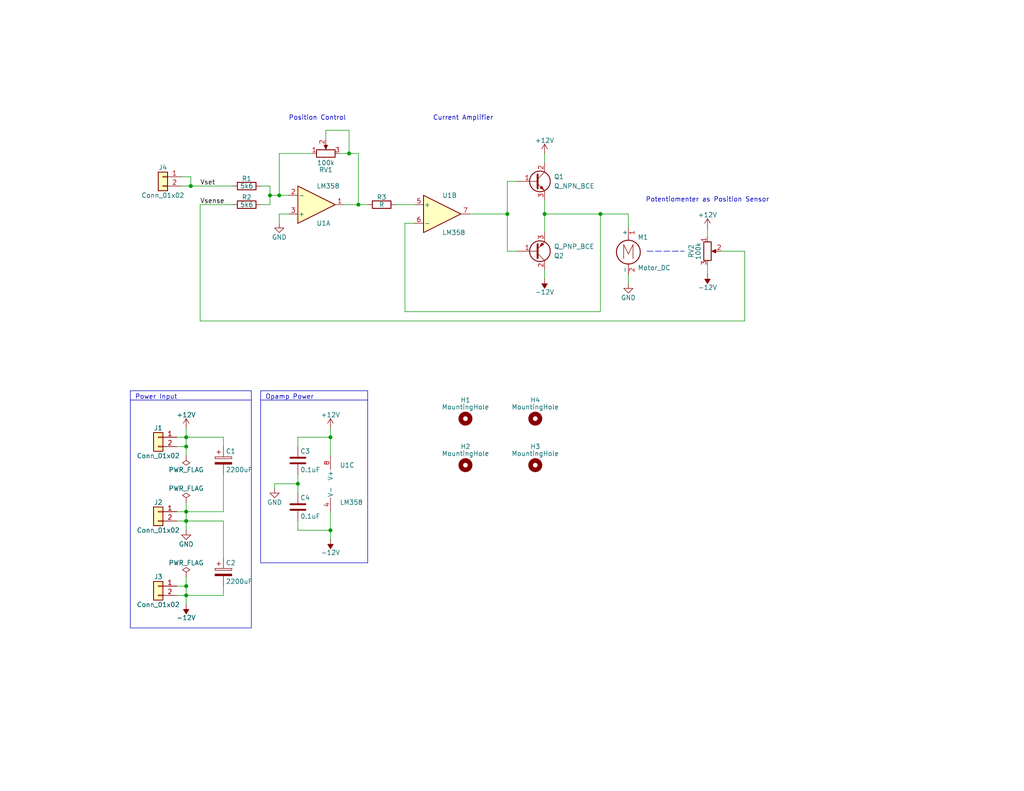
<source format=kicad_sch>
(kicad_sch (version 20231120) (generator "eeschema") (generator_version "8.0")
  (paper "A")
  (title_block (title "Opamp Closed Loop Position Control") (company "Perry Leumas"))
  (lib_symbols
    (symbol "Amplifier_Operational:LM358" (pin_names (offset 0.127))
      (property "Reference" "U" (at 0 5.08 0))
      (property "Value" "LM358" (at 0 -5.08 0))
      (symbol "LM358_1_1"
        (polyline (pts (xy -5.08 5.08) (xy 5.08 0) (xy -5.08 -5.08) (xy -5.08 5.08)) (stroke (width 0.254)) (fill (type background)))
        (pin output line (at 7.62 0 180) (length 2.54) (name "~") (number "1"))
        (pin input line (at -7.62 -2.54 0) (length 2.54) (name "-") (number "2"))
        (pin input line (at -7.62 2.54 0) (length 2.54) (name "+") (number "3"))
      )
      (symbol "LM358_2_1"
        (polyline (pts (xy -5.08 5.08) (xy 5.08 0) (xy -5.08 -5.08) (xy -5.08 5.08)) (stroke (width 0.254)) (fill (type background)))
        (pin input line (at -7.62 2.54 0) (length 2.54) (name "+") (number "5"))
        (pin input line (at -7.62 -2.54 0) (length 2.54) (name "-") (number "6"))
        (pin output line (at 7.62 0 180) (length 2.54) (name "~") (number "7"))
      )
      (symbol "LM358_3_1"
        (pin power_in line (at -2.54 -7.62 90) (length 3.81) (name "V-") (number "4"))
        (pin power_in line (at -2.54 7.62 270) (length 3.81) (name "V+") (number "8"))
      )
    )
    (symbol "Connector_Generic:Conn_01x02" (pin_names (offset 1.016) hide)
      (property "Reference" "J" (at 0 2.54 0))
      (property "Value" "Conn_01x02" (at 0 -5.08 0))
      (symbol "Conn_01x02_1_1"
        (rectangle (start -1.27 -2.413) (end 0 -2.667) (stroke (width 0.1524)))
        (rectangle (start -1.27 0.127) (end 0 -0.127) (stroke (width 0.1524)))
        (rectangle (start -1.27 1.27) (end 1.27 -3.81) (stroke (width 0.254)) (fill (type background)))
        (pin passive line (at -5.08 0 0) (length 3.81) (name "Pin_1") (number "1"))
        (pin passive line (at -5.08 -2.54 0) (length 3.81) (name "Pin_2") (number "2"))
      )
    )
    (symbol "Device:C" (pin_numbers hide) (pin_names (offset 0.254))
      (property "Reference" "C" (at 0.635 2.54 0))
      (property "Value" "C" (at 0.635 -2.54 0))
      (symbol "C_0_1"
        (polyline (pts (xy -2.032 -0.762) (xy 2.032 -0.762)) (stroke (width 0.508)))
        (polyline (pts (xy -2.032 0.762) (xy 2.032 0.762)) (stroke (width 0.508)))
      )
      (symbol "C_1_1"
        (pin passive line (at 0 3.81 270) (length 2.794) (name "~") (number "1"))
        (pin passive line (at 0 -3.81 90) (length 2.794) (name "~") (number "2"))
      )
    )
    (symbol "Device:C_Polarized" (pin_numbers hide) (pin_names (offset 0.254))
      (property "Reference" "C" (at 0.635 2.54 0))
      (property "Value" "C_Polarized" (at 0.635 -2.54 0))
      (symbol "C_Polarized_0_1"
        (rectangle (start -2.286 0.508) (end 2.286 1.016))
        (polyline (pts (xy -1.778 2.286) (xy -0.762 2.286)))
        (polyline (pts (xy -1.27 2.794) (xy -1.27 1.778)))
        (rectangle (start 2.286 -0.508) (end -2.286 -1.016) (fill (type outline)))
      )
      (symbol "C_Polarized_1_1"
        (pin passive line (at 0 3.81 270) (length 2.794) (name "~") (number "1"))
        (pin passive line (at 0 -3.81 90) (length 2.794) (name "~") (number "2"))
      )
    )
    (symbol "Device:Q_NPN_BCE" (pin_names (offset 0) hide)
      (property "Reference" "Q" (at 5.08 1.27 0))
      (property "Value" "Q_NPN_BCE" (at 5.08 -1.27 0))
      (symbol "Q_NPN_BCE_0_1"
        (polyline (pts (xy 0.635 0.635) (xy 2.54 2.54)))
        (polyline (pts (xy 0.635 -0.635) (xy 2.54 -2.54) (xy 2.54 -2.54)))
        (polyline (pts (xy 0.635 1.905) (xy 0.635 -1.905) (xy 0.635 -1.905)) (stroke (width 0.508)))
        (polyline (pts (xy 1.27 -1.778) (xy 1.778 -1.27) (xy 2.286 -2.286) (xy 1.27 -1.778) (xy 1.27 -1.778)) (fill (type outline)))
        (circle (center 1.27 0) (radius 2.8194) (stroke (width 0.254)))
      )
      (symbol "Q_NPN_BCE_1_1"
        (pin input line (at -5.08 0 0) (length 5.715) (name "B") (number "1"))
        (pin passive line (at 2.54 5.08 270) (length 2.54) (name "C") (number "2"))
        (pin passive line (at 2.54 -5.08 90) (length 2.54) (name "E") (number "3"))
      )
    )
    (symbol "Device:Q_PNP_BCE" (pin_names (offset 0) hide)
      (property "Reference" "Q" (at 5.08 1.27 0))
      (property "Value" "Q_PNP_BCE" (at 5.08 -1.27 0))
      (symbol "Q_PNP_BCE_0_1"
        (polyline (pts (xy 0.635 0.635) (xy 2.54 2.54)))
        (polyline (pts (xy 0.635 -0.635) (xy 2.54 -2.54) (xy 2.54 -2.54)))
        (polyline (pts (xy 0.635 1.905) (xy 0.635 -1.905) (xy 0.635 -1.905)) (stroke (width 0.508)))
        (polyline (pts (xy 2.286 -1.778) (xy 1.778 -2.286) (xy 1.27 -1.27) (xy 2.286 -1.778) (xy 2.286 -1.778)) (fill (type outline)))
        (circle (center 1.27 0) (radius 2.8194) (stroke (width 0.254)))
      )
      (symbol "Q_PNP_BCE_1_1"
        (pin input line (at -5.08 0 0) (length 5.715) (name "B") (number "1"))
        (pin passive line (at 2.54 5.08 270) (length 2.54) (name "C") (number "2"))
        (pin passive line (at 2.54 -5.08 90) (length 2.54) (name "E") (number "3"))
      )
    )
    (symbol "Device:R" (pin_numbers hide) (pin_names (offset 0))
      (property "Reference" "R" (at 2.032 0 90))
      (property "Value" "R" (at 0 0 90))
      (symbol "R_0_1"
        (rectangle (start -1.016 -2.54) (end 1.016 2.54) (stroke (width 0.254)))
      )
      (symbol "R_1_1"
        (pin passive line (at 0 3.81 270) (length 1.27) (name "~") (number "1"))
        (pin passive line (at 0 -3.81 90) (length 1.27) (name "~") (number "2"))
      )
    )
    (symbol "Device:R_Potentiometer" (pin_names (offset 1.016) hide)
      (property "Reference" "RV" (at -4.445 0 90))
      (property "Value" "R_Potentiometer" (at -2.54 0 90))
      (symbol "R_Potentiometer_0_1"
        (polyline (pts (xy 2.54 0) (xy 1.524 0)))
        (polyline (pts (xy 1.143 0) (xy 2.286 0.508) (xy 2.286 -0.508) (xy 1.143 0)) (fill (type outline)))
        (rectangle (start 1.016 2.54) (end -1.016 -2.54) (stroke (width 0.254)))
      )
      (symbol "R_Potentiometer_1_1"
        (pin passive line (at 0 3.81 270) (length 1.27) (name "1") (number "1"))
        (pin passive line (at 3.81 0 180) (length 1.27) (name "2") (number "2"))
        (pin passive line (at 0 -3.81 90) (length 1.27) (name "3") (number "3"))
      )
    )
    (symbol "Mechanical:MountingHole" (pin_names (offset 1.016)) (exclude_from_sim yes) (in_bom no)
      (property "Reference" "H" (at 0 5.08 0))
      (property "Value" "MountingHole" (at 0 3.175 0))
      (symbol "MountingHole_0_1"
        (circle (center 0 0) (radius 1.27) (stroke (width 1.27)))
      )
    )
    (symbol "Motor:Motor_DC" (pin_names (offset 0))
      (property "Reference" "M" (at 2.54 2.54 0))
      (property "Value" "Motor_DC" (at 2.54 -5.08 0))
      (symbol "Motor_DC_0_0"
        (polyline (pts (xy -1.27 -3.302) (xy -1.27 0.508) (xy 0 -2.032) (xy 1.27 0.508) (xy 1.27 -3.302)))
      )
      (symbol "Motor_DC_0_1"
        (circle (center 0 -1.524) (radius 3.2512) (stroke (width 0.254)))
        (polyline (pts (xy 0 -7.62) (xy 0 -7.112)))
        (polyline (pts (xy 0 -4.7752) (xy 0 -5.1816)))
        (polyline (pts (xy 0 1.7272) (xy 0 2.0828)))
        (polyline (pts (xy 0 2.032) (xy 0 2.54)))
      )
      (symbol "Motor_DC_1_1"
        (pin passive line (at 0 5.08 270) (length 2.54) (name "+") (number "1"))
        (pin passive line (at 0 -7.62 90) (length 2.54) (name "-") (number "2"))
      )
    )
    (symbol "power:+12V" (power) (pin_numbers hide) (pin_names (offset 0) hide)
      (property "Value" "+12V" (at 0 3.556 0))
      (symbol "+12V_0_1"
        (polyline (pts (xy -0.762 1.27) (xy 0 2.54)))
        (polyline (pts (xy 0 0) (xy 0 2.54)))
        (polyline (pts (xy 0 2.54) (xy 0.762 1.27)))
      )
      (symbol "+12V_1_1"
        (pin power_in line (at 0 0 90) (length 0) (name "~") (number "1"))
      )
    )
    (symbol "power:-12V" (power) (pin_numbers hide) (pin_names (offset 0) hide)
      (property "Value" "-12V" (at 0 3.556 0))
      (symbol "-12V_0_0"
        (pin power_in line (at 0 0 90) (length 0) (name "~") (number "1"))
      )
      (symbol "-12V_0_1"
        (polyline (pts (xy 0 0) (xy 0 1.27) (xy 0.762 1.27) (xy 0 2.54) (xy -0.762 1.27) (xy 0 1.27)) (fill (type outline)))
      )
    )
    (symbol "power:GND" (power) (pin_numbers hide) (pin_names (offset 0) hide)
      (property "Value" "GND" (at 0 -3.81 0))
      (symbol "GND_0_1"
        (polyline (pts (xy 0 0) (xy 0 -1.27) (xy 1.27 -1.27) (xy 0 -2.54) (xy -1.27 -1.27) (xy 0 -1.27)))
      )
      (symbol "GND_1_1"
        (pin power_in line (at 0 0 270) (length 0) (name "~") (number "1"))
      )
    )
    (symbol "power:PWR_FLAG" (power) (pin_numbers hide) (pin_names (offset 0) hide)
      (property "Value" "PWR_FLAG" (at 0 3.81 0))
      (symbol "PWR_FLAG_0_0"
        (pin power_out line (at 0 0 90) (length 0) (name "~") (number "1"))
      )
      (symbol "PWR_FLAG_0_1"
        (polyline (pts (xy 0 0) (xy 0 1.27) (xy -1.016 1.905) (xy 0 2.54) (xy 1.016 1.905) (xy 0 1.27)))
      )
    )
  )
  (junction (at 97.79 55.88))
  (junction (at 50.8 121.92))
  (junction (at 90.17 119.38))
  (junction (at 138.43 58.42))
  (junction (at 90.17 144.78))
  (junction (at 95.25 41.91))
  (junction (at 50.8 162.56))
  (junction (at 76.2 53.34))
  (junction (at 81.28 132.08))
  (junction (at 52.07 50.8))
  (junction (at 163.83 58.42))
  (junction (at 50.8 119.38))
  (junction (at 148.59 58.42))
  (junction (at 73.66 53.34))
  (junction (at 50.8 139.7))
  (junction (at 50.8 142.24))
  (junction (at 50.8 160.02))
  (wire (pts (xy 76.2 58.42) (xy 78.74 58.42)))
  (wire (pts (xy 81.28 121.92) (xy 81.28 119.38)))
  (wire (pts (xy 50.8 165.1) (xy 50.8 162.56)))
  (wire (pts (xy 138.43 68.58) (xy 140.97 68.58)))
  (wire (pts (xy 54.61 55.88) (xy 63.5 55.88)))
  (wire (pts (xy 50.8 162.56) (xy 48.26 162.56)))
  (wire (pts (xy 90.17 119.38) (xy 90.17 124.46)))
  (wire (pts (xy 81.28 144.78) (xy 90.17 144.78)))
  (wire (pts (xy 60.96 152.4) (xy 60.96 142.24)))
  (wire (pts (xy 50.8 121.92) (xy 50.8 124.46)))
  (wire (pts (xy 193.04 62.23) (xy 193.04 64.77)))
  (wire (pts (xy 90.17 116.84) (xy 90.17 119.38)))
  (wire (pts (xy 52.07 50.8) (xy 63.5 50.8)))
  (wire (pts (xy 81.28 129.54) (xy 81.28 132.08)))
  (wire (pts (xy 85.09 41.91) (xy 76.2 41.91)))
  (wire (pts (xy 60.96 162.56) (xy 50.8 162.56)))
  (wire (pts (xy 148.59 58.42) (xy 148.59 63.5)))
  (wire (pts (xy 93.98 55.88) (xy 97.79 55.88)))
  (wire (pts (xy 48.26 119.38) (xy 50.8 119.38)))
  (wire (pts (xy 163.83 85.09) (xy 163.83 58.42)))
  (wire (pts (xy 60.96 121.92) (xy 60.96 119.38)))
  (wire (pts (xy 54.61 87.63) (xy 54.61 55.88)))
  (wire (pts (xy 60.96 139.7) (xy 50.8 139.7)))
  (wire (pts (xy 107.95 55.88) (xy 113.03 55.88)))
  (wire (pts (xy 88.9 38.1) (xy 88.9 35.56)))
  (wire (pts (xy 95.25 41.91) (xy 92.71 41.91)))
  (wire (pts (xy 138.43 58.42) (xy 138.43 68.58)))
  (wire (pts (xy 148.59 73.66) (xy 148.59 76.2)))
  (wire (pts (xy 97.79 55.88) (xy 97.79 41.91)))
  (wire (pts (xy 138.43 49.53) (xy 138.43 58.42)))
  (wire (pts (xy 113.03 60.96) (xy 110.49 60.96)))
  (wire (pts (xy 50.8 139.7) (xy 48.26 139.7)))
  (wire (pts (xy 52.07 50.8) (xy 49.53 50.8)))
  (wire (pts (xy 71.12 50.8) (xy 73.66 50.8)))
  (wire (pts (xy 50.8 116.84) (xy 50.8 119.38)))
  (wire (pts (xy 73.66 55.88) (xy 71.12 55.88)))
  (wire (pts (xy 49.53 48.26) (xy 52.07 48.26)))
  (wire (pts (xy 140.97 49.53) (xy 138.43 49.53)))
  (wire (pts (xy 193.04 72.39) (xy 193.04 74.93)))
  (wire (pts (xy 203.2 87.63) (xy 54.61 87.63)))
  (wire (pts (xy 148.59 54.61) (xy 148.59 58.42)))
  (wire (pts (xy 81.28 119.38) (xy 90.17 119.38)))
  (wire (pts (xy 148.59 41.91) (xy 148.59 44.45)))
  (wire (pts (xy 50.8 119.38) (xy 50.8 121.92)))
  (wire (pts (xy 81.28 132.08) (xy 81.28 134.62)))
  (wire (pts (xy 48.26 142.24) (xy 50.8 142.24)))
  (polyline (pts (xy 35.56 109.22) (xy 68.58 109.22)))
  (wire (pts (xy 60.96 142.24) (xy 50.8 142.24)))
  (wire (pts (xy 81.28 142.24) (xy 81.28 144.78)))
  (wire (pts (xy 95.25 35.56) (xy 95.25 41.91)))
  (wire (pts (xy 203.2 68.58) (xy 203.2 87.63)))
  (wire (pts (xy 50.8 160.02) (xy 50.8 162.56)))
  (wire (pts (xy 90.17 144.78) (xy 90.17 139.7)))
  (polyline (pts (xy 71.12 109.22) (xy 100.33 109.22)))
  (wire (pts (xy 90.17 144.78) (xy 90.17 147.32)))
  (wire (pts (xy 50.8 144.78) (xy 50.8 142.24)))
  (wire (pts (xy 52.07 48.26) (xy 52.07 50.8)))
  (wire (pts (xy 163.83 58.42) (xy 148.59 58.42)))
  (wire (pts (xy 50.8 137.16) (xy 50.8 139.7)))
  (wire (pts (xy 88.9 35.56) (xy 95.25 35.56)))
  (wire (pts (xy 196.85 68.58) (xy 203.2 68.58)))
  (wire (pts (xy 128.27 58.42) (xy 138.43 58.42)))
  (wire (pts (xy 171.45 74.93) (xy 171.45 77.47)))
  (wire (pts (xy 50.8 157.48) (xy 50.8 160.02)))
  (wire (pts (xy 48.26 160.02) (xy 50.8 160.02)))
  (wire (pts (xy 74.93 132.08) (xy 81.28 132.08)))
  (wire (pts (xy 60.96 129.54) (xy 60.96 139.7)))
  (wire (pts (xy 110.49 85.09) (xy 163.83 85.09)))
  (polyline (pts (xy 176.53 68.58) (xy 186.69 68.58)) (stroke (width 0) (type dash)))
  (wire (pts (xy 76.2 60.96) (xy 76.2 58.42)))
  (wire (pts (xy 50.8 142.24) (xy 50.8 139.7)))
  (wire (pts (xy 60.96 160.02) (xy 60.96 162.56)))
  (wire (pts (xy 73.66 50.8) (xy 73.66 53.34)))
  (wire (pts (xy 73.66 53.34) (xy 73.66 55.88)))
  (wire (pts (xy 171.45 58.42) (xy 163.83 58.42)))
  (wire (pts (xy 73.66 53.34) (xy 76.2 53.34)))
  (wire (pts (xy 74.93 133.35) (xy 74.93 132.08)))
  (wire (pts (xy 97.79 41.91) (xy 95.25 41.91)))
  (wire (pts (xy 97.79 55.88) (xy 100.33 55.88)))
  (wire (pts (xy 76.2 41.91) (xy 76.2 53.34)))
  (wire (pts (xy 60.96 119.38) (xy 50.8 119.38)))
  (wire (pts (xy 50.8 121.92) (xy 48.26 121.92)))
  (wire (pts (xy 171.45 62.23) (xy 171.45 58.42)))
  (wire (pts (xy 110.49 60.96) (xy 110.49 85.09)))
  (wire (pts (xy 76.2 53.34) (xy 78.74 53.34)))
  (rectangle (start 35.56 106.68) (end 68.58 171.45))
  (rectangle (start 71.12 106.68) (end 100.33 153.67))
  (text "Opamp Power" (at 72.39 109.22 0) (effects (font (size 1.27 1.27)) (justify left bottom)))
  (text "Current Amplifier" (at 118.11 33.02 0) (effects (font (size 1.27 1.27)) (justify left bottom)))
  (text "Potentiomenter as Position Sensor" (at 193.04 54.61 0) (effects (font (size 1.27 1.27))))
  (text "Power Input" (at 36.83 109.22 0) (effects (font (size 1.27 1.27)) (justify left bottom)))
  (text "Position Control" (at 78.74 33.02 0) (effects (font (size 1.27 1.27)) (justify left bottom)))
  (label "Vset" (at 54.61 50.8 0))
  (label "Vsense" (at 54.61 55.88 0))
  (symbol (lib_id "Device:Q_PNP_BCE") (at 146.05 68.58 0) (mirror x) (unit 1)
    (property "Reference" "Q2" (at 151.13 69.85 0) (effects (justify left)))
    (property "Value" "Q_PNP_BCE" (at 151.13 67.31 0) (effects (justify left)))
    (property "Description" "PNP transistor, base/collector/emitter" (effects (hide yes)))
  )
  (symbol (lib_id "Device:Q_NPN_BCE") (at 146.05 49.53 0) (unit 1)
    (property "Reference" "Q1" (at 151.13 48.26 0) (effects (justify left)))
    (property "Value" "Q_NPN_BCE" (at 151.13 50.8 0) (effects (justify left)))
    (property "Description" "NPN transistor, base/collector/emitter" (effects (hide yes)))
  )
  (symbol (lib_id "power:PWR_FLAG") (at 50.8 124.46 180) (unit 1)
    (property "Reference" "#FLG01" (effects (hide yes)))
    (property "Value" "PWR_FLAG" (at 50.8 128.27 0))
    (property "Description" "Special symbol for telling ERC where power comes from" (effects (hide yes)))
  )
  (symbol (lib_id "Device:R") (at 104.14 55.88 90) (unit 1)
    (property "Reference" "R3" (at 104.14 53.848 90))
    (property "Value" "R" (at 104.14 55.88 90))
    (property "Footprint" "Resistor_THT:R_Axial_DIN0309_L9.0mm_D3.2mm_P12.70mm_Horizontal" (effects (hide yes)))
    (property "Description" "Resistor" (effects (hide yes)))
  )
  (symbol (lib_id "Connector_Generic:Conn_01x02") (at 43.18 139.7 0) (mirror y) (unit 1)
    (property "Reference" "J2" (at 43.18 137.16 0))
    (property "Value" "Conn_01x02" (at 43.18 144.78 0))
    (property "Footprint" "Connector_PinHeader_2.54mm:PinHeader_1x02_P2.54mm_Vertical" (effects (hide yes)))
    (property "Description" "Generic connector, single row, 01x02, script generated (kicad-library-utils/schlib/autogen/connector/)" (effects (hide yes)))
  )
  (symbol (lib_id "Connector_Generic:Conn_01x02") (at 43.18 119.38 0) (mirror y) (unit 1)
    (property "Reference" "J1" (at 43.18 116.84 0))
    (property "Value" "Conn_01x02" (at 43.18 124.46 0))
    (property "Footprint" "Connector_PinHeader_2.54mm:PinHeader_1x02_P2.54mm_Vertical" (effects (hide yes)))
    (property "Description" "Generic connector, single row, 01x02, script generated (kicad-library-utils/schlib/autogen/connector/)" (effects (hide yes)))
  )
  (symbol (lib_id "Mechanical:MountingHole") (at 127 127 0) (unit 1) (exclude_from_sim yes) (in_bom no)
    (property "Reference" "H2" (at 127 121.92 0))
    (property "Value" "MountingHole" (at 127 123.825 0))
    (property "Footprint" "MountingHole:MountingHole_3.2mm_M3_Pad_Via" (effects (hide yes)))
    (property "Description" "Mounting Hole without connection" (effects (hide yes)))
  )
  (symbol (lib_id "Device:R") (at 67.31 50.8 90) (unit 1)
    (property "Reference" "R1" (at 67.31 48.768 90))
    (property "Value" "5k6" (at 67.31 50.8 90))
    (property "Footprint" "Resistor_THT:R_Axial_DIN0309_L9.0mm_D3.2mm_P12.70mm_Horizontal" (effects (hide yes)))
    (property "Description" "Resistor" (effects (hide yes)))
  )
  (symbol (lib_id "Connector_Generic:Conn_01x02") (at 44.45 48.26 0) (mirror y) (unit 1)
    (property "Reference" "J4" (at 44.45 45.72 0))
    (property "Value" "Conn_01x02" (at 44.45 53.34 0))
    (property "Footprint" "Connector_PinHeader_2.54mm:PinHeader_1x02_P2.54mm_Vertical" (effects (hide yes)))
    (property "Description" "Generic connector, single row, 01x02, script generated (kicad-library-utils/schlib/autogen/connector/)" (effects (hide yes)))
  )
  (symbol (lib_id "power:-12V") (at 148.59 76.2 180) (unit 1)
    (property "Reference" "#PWR09" (effects (hide yes)))
    (property "Value" "-12V" (at 148.59 79.756 0))
    (property "Description" "Power symbol creates a global label with name \"-12V\"" (effects (hide yes)))
  )
  (symbol (lib_id "Device:C") (at 81.28 138.43 0) (unit 1)
    (property "Reference" "C4" (at 81.915 135.89 0) (effects (justify left)))
    (property "Value" "0.1uF" (at 81.915 140.97 0) (effects (justify left)))
    (property "Footprint" "Capacitor_THT:C_Rect_L7.0mm_W2.0mm_P5.00mm" (effects (hide yes)))
    (property "Description" "Unpolarized capacitor" (effects (hide yes)))
  )
  (symbol (lib_id "Mechanical:MountingHole") (at 127 114.3 0) (unit 1) (exclude_from_sim yes) (in_bom no)
    (property "Reference" "H1" (at 127 109.22 0))
    (property "Value" "MountingHole" (at 127 111.125 0))
    (property "Footprint" "MountingHole:MountingHole_3.2mm_M3_Pad_Via" (effects (hide yes)))
    (property "Description" "Mounting Hole without connection" (effects (hide yes)))
  )
  (symbol (lib_id "Device:R_Potentiometer") (at 193.04 68.58 0) (unit 1)
    (property "Reference" "RV2" (at 188.595 68.58 90))
    (property "Value" "100k" (at 190.5 68.58 90))
    (property "Footprint" "Potentiometer_THT:Potentiometer_Alps_RK163_Single_Horizontal" (effects (hide yes)))
    (property "Description" "Potentiometer" (effects (hide yes)))
  )
  (symbol (lib_id "power:+12V") (at 193.04 62.23 0) (unit 1)
    (property "Reference" "#PWR011" (effects (hide yes)))
    (property "Value" "+12V" (at 193.04 58.674 0))
    (property "Description" "Power symbol creates a global label with name \"+12V\"" (effects (hide yes)))
  )
  (symbol (lib_id "power:PWR_FLAG") (at 50.8 137.16 0) (unit 1)
    (property "Reference" "#FLG02" (effects (hide yes)))
    (property "Value" "PWR_FLAG" (at 50.8 133.35 0))
    (property "Description" "Special symbol for telling ERC where power comes from" (effects (hide yes)))
  )
  (symbol (lib_id "Device:R_Potentiometer") (at 88.9 41.91 90) (unit 1)
    (property "Reference" "RV1" (at 88.9 46.355 90))
    (property "Value" "100k" (at 88.9 44.45 90))
    (property "Footprint" "Potentiometer_THT:Potentiometer_Alps_RK163_Single_Horizontal" (effects (hide yes)))
    (property "Description" "Potentiometer" (effects (hide yes)))
  )
  (symbol (lib_id "Amplifier_Operational:LM358") (at 120.65 58.42 0) (unit 2)
    (property "Reference" "U1" (at 120.65 53.34 0) (effects (justify left)))
    (property "Value" "LM358" (at 120.65 63.5 0) (effects (justify left)))
    (property "Footprint" "Package_DIP:DIP-8_W7.62mm_LongPads" (effects (hide yes)))
    (property "Datasheet" "http://www.ti.com/lit/ds/symlink/lm2904-n.pdf" (effects (hide yes)))
    (property "Description" "Low-Power, Dual Operational Amplifiers, DIP-8/SOIC-8/TO-99-8" (effects (hide yes)))
  )
  (symbol (lib_id "Device:C_Polarized") (at 60.96 156.21 0) (unit 1)
    (property "Reference" "C2" (at 61.595 153.67 0) (effects (justify left)))
    (property "Value" "2200uF" (at 61.595 158.75 0) (effects (justify left)))
    (property "Footprint" "Capacitor_THT:CP_Radial_D12.5mm_P5.00mm" (effects (hide yes)))
    (property "Description" "Polarized capacitor" (effects (hide yes)))
  )
  (symbol (lib_id "power:PWR_FLAG") (at 50.8 157.48 0) (unit 1)
    (property "Reference" "#FLG03" (effects (hide yes)))
    (property "Value" "PWR_FLAG" (at 50.8 153.67 0))
    (property "Description" "Special symbol for telling ERC where power comes from" (effects (hide yes)))
  )
  (symbol (lib_id "power:-12V") (at 193.04 74.93 180) (unit 1)
    (property "Reference" "#PWR012" (effects (hide yes)))
    (property "Value" "-12V" (at 193.04 78.486 0))
    (property "Description" "Power symbol creates a global label with name \"-12V\"" (effects (hide yes)))
  )
  (symbol (lib_id "Device:R") (at 67.31 55.88 90) (unit 1)
    (property "Reference" "R2" (at 67.31 53.848 90))
    (property "Value" "5k6" (at 67.31 55.88 90))
    (property "Footprint" "Resistor_THT:R_Axial_DIN0309_L9.0mm_D3.2mm_P12.70mm_Horizontal" (effects (hide yes)))
    (property "Description" "Resistor" (effects (hide yes)))
  )
  (symbol (lib_id "power:GND") (at 171.45 77.47 0) (unit 1)
    (property "Reference" "#PWR010" (effects (hide yes)))
    (property "Value" "GND" (at 171.45 81.28 0))
    (property "Description" "Power symbol creates a global label with name \"GND\" , ground" (effects (hide yes)))
  )
  (symbol (lib_id "Connector_Generic:Conn_01x02") (at 43.18 160.02 0) (mirror y) (unit 1)
    (property "Reference" "J3" (at 43.18 157.48 0))
    (property "Value" "Conn_01x02" (at 43.18 165.1 0))
    (property "Footprint" "Connector_PinHeader_2.54mm:PinHeader_1x02_P2.54mm_Vertical" (effects (hide yes)))
    (property "Description" "Generic connector, single row, 01x02, script generated (kicad-library-utils/schlib/autogen/connector/)" (effects (hide yes)))
  )
  (symbol (lib_id "Amplifier_Operational:LM358") (at 86.36 55.88 0) (mirror x) (unit 1)
    (property "Reference" "U1" (at 86.36 60.96 0) (effects (justify left)))
    (property "Value" "LM358" (at 86.36 50.8 0) (effects (justify left)))
    (property "Footprint" "Package_DIP:DIP-8_W7.62mm_LongPads" (effects (hide yes)))
    (property "Datasheet" "http://www.ti.com/lit/ds/symlink/lm2904-n.pdf" (effects (hide yes)))
    (property "Description" "Low-Power, Dual Operational Amplifiers, DIP-8/SOIC-8/TO-99-8" (effects (hide yes)))
  )
  (symbol (lib_id "power:GND") (at 74.93 133.35 0) (unit 1)
    (property "Reference" "#PWR04" (effects (hide yes)))
    (property "Value" "GND" (at 74.93 137.16 0))
    (property "Description" "Power symbol creates a global label with name \"GND\" , ground" (effects (hide yes)))
  )
  (symbol (lib_id "power:-12V") (at 50.8 165.1 180) (unit 1)
    (property "Reference" "#PWR03" (effects (hide yes)))
    (property "Value" "-12V" (at 50.8 168.656 0))
    (property "Description" "Power symbol creates a global label with name \"-12V\"" (effects (hide yes)))
  )
  (symbol (lib_id "power:-12V") (at 90.17 147.32 180) (unit 1)
    (property "Reference" "#PWR07" (effects (hide yes)))
    (property "Value" "-12V" (at 90.17 150.876 0))
    (property "Description" "Power symbol creates a global label with name \"-12V\"" (effects (hide yes)))
  )
  (symbol (lib_id "power:+12V") (at 148.59 41.91 0) (unit 1)
    (property "Reference" "#PWR08" (effects (hide yes)))
    (property "Value" "+12V" (at 148.59 38.354 0))
    (property "Description" "Power symbol creates a global label with name \"+12V\"" (effects (hide yes)))
  )
  (symbol (lib_id "power:GND") (at 76.2 60.96 0) (unit 1)
    (property "Reference" "#PWR05" (effects (hide yes)))
    (property "Value" "GND" (at 76.2 64.77 0))
    (property "Description" "Power symbol creates a global label with name \"GND\" , ground" (effects (hide yes)))
  )
  (symbol (lib_id "Device:C") (at 81.28 125.73 0) (unit 1)
    (property "Reference" "C3" (at 81.915 123.19 0) (effects (justify left)))
    (property "Value" "0.1uF" (at 81.915 128.27 0) (effects (justify left)))
    (property "Footprint" "Capacitor_THT:C_Rect_L7.0mm_W2.0mm_P5.00mm" (effects (hide yes)))
    (property "Description" "Unpolarized capacitor" (effects (hide yes)))
  )
  (symbol (lib_id "Mechanical:MountingHole") (at 146.05 114.3 0) (unit 1) (exclude_from_sim yes) (in_bom no)
    (property "Reference" "H4" (at 146.05 109.22 0))
    (property "Value" "MountingHole" (at 146.05 111.125 0))
    (property "Footprint" "MountingHole:MountingHole_3.2mm_M3_Pad_Via" (effects (hide yes)))
    (property "Description" "Mounting Hole without connection" (effects (hide yes)))
  )
  (symbol (lib_id "power:+12V") (at 90.17 116.84 0) (unit 1)
    (property "Reference" "#PWR06" (effects (hide yes)))
    (property "Value" "+12V" (at 90.17 113.284 0))
    (property "Description" "Power symbol creates a global label with name \"+12V\"" (effects (hide yes)))
  )
  (symbol (lib_id "power:+12V") (at 50.8 116.84 0) (unit 1)
    (property "Reference" "#PWR01" (effects (hide yes)))
    (property "Value" "+12V" (at 50.8 113.284 0))
    (property "Description" "Power symbol creates a global label with name \"+12V\"" (effects (hide yes)))
  )
  (symbol (lib_id "Mechanical:MountingHole") (at 146.05 127 0) (unit 1) (exclude_from_sim yes) (in_bom no)
    (property "Reference" "H3" (at 146.05 121.92 0))
    (property "Value" "MountingHole" (at 146.05 123.825 0))
    (property "Footprint" "MountingHole:MountingHole_3.2mm_M3_Pad_Via" (effects (hide yes)))
    (property "Description" "Mounting Hole without connection" (effects (hide yes)))
  )
  (symbol (lib_id "Amplifier_Operational:LM358") (at 92.71 132.08 0) (unit 3)
    (property "Reference" "U1" (at 92.71 127 0) (effects (justify left)))
    (property "Value" "LM358" (at 92.71 137.16 0) (effects (justify left)))
    (property "Footprint" "Package_DIP:DIP-8_W7.62mm_LongPads" (effects (hide yes)))
    (property "Datasheet" "http://www.ti.com/lit/ds/symlink/lm2904-n.pdf" (effects (hide yes)))
    (property "Description" "Low-Power, Dual Operational Amplifiers, DIP-8/SOIC-8/TO-99-8" (effects (hide yes)))
  )
  (symbol (lib_id "power:GND") (at 50.8 144.78 0) (unit 1)
    (property "Reference" "#PWR02" (effects (hide yes)))
    (property "Value" "GND" (at 50.8 148.59 0))
    (property "Description" "Power symbol creates a global label with name \"GND\" , ground" (effects (hide yes)))
  )
  (symbol (lib_id "Motor:Motor_DC") (at 171.45 67.31 0) (unit 1)
    (property "Reference" "M1" (at 173.99 64.77 0) (effects (justify left)))
    (property "Value" "Motor_DC" (at 173.99 72.39 0) (effects (justify left top)))
    (property "Description" "DC Motor" (effects (hide yes)))
  )
  (symbol (lib_id "Device:C_Polarized") (at 60.96 125.73 0) (unit 1)
    (property "Reference" "C1" (at 61.595 123.19 0) (effects (justify left)))
    (property "Value" "2200uF" (at 61.595 128.27 0) (effects (justify left)))
    (property "Footprint" "Capacitor_THT:CP_Radial_D12.5mm_P5.00mm" (effects (hide yes)))
    (property "Description" "Polarized capacitor" (effects (hide yes)))
  )
)
</source>
